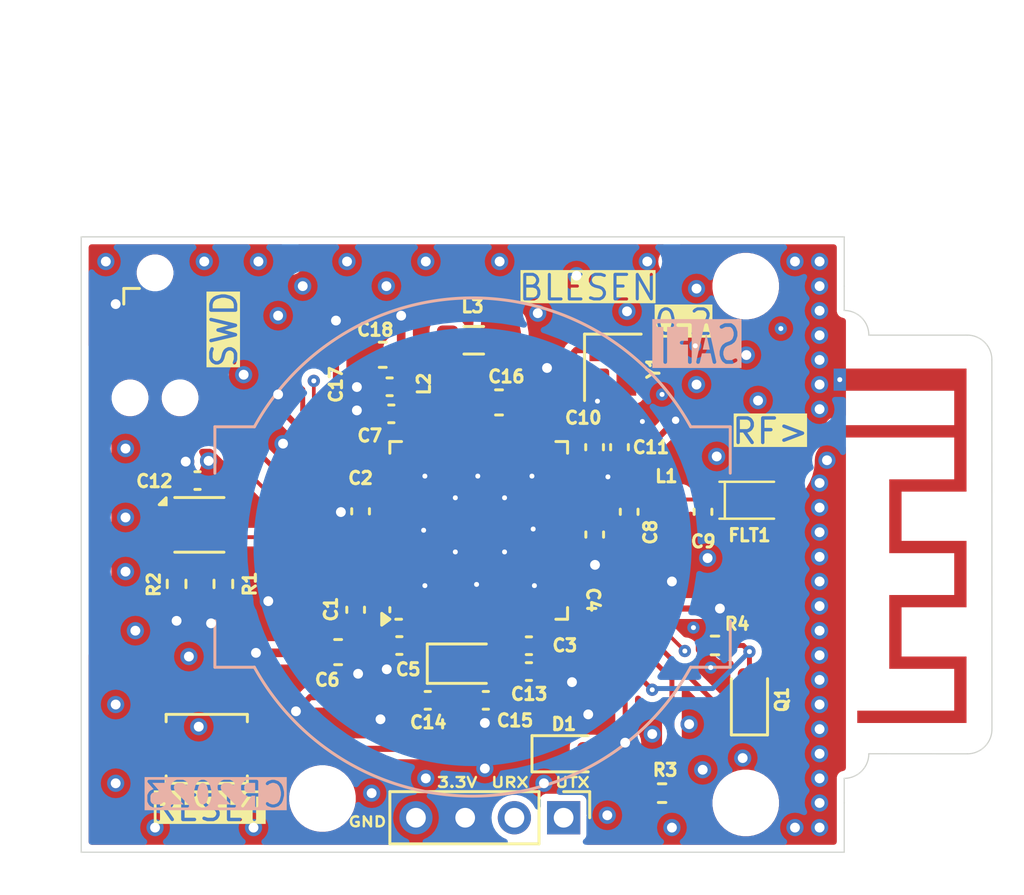
<source format=kicad_pcb>
(kicad_pcb (version 20240108) (generator "pcbnew") (generator_version "8.0")
  (layers (0 "F.Cu" signal) (1 "In1.Cu" signal) (2 "In2.Cu" signal) (31 "B.Cu" signal) (34 "B.Paste" user) (35 "F.Paste" user) (36 "B.SilkS" user "B.Silkscreen") (37 "F.SilkS" user "F.Silkscreen") (38 "B.Mask" user) (39 "F.Mask" user) (44 "Edge.Cuts" user))
  (net 0 "")
  (net 1 "+3.3V")
  (net 2 "GND")
  (net 4 "/RF_FLT_OUT")
  (net 10 "/NRST")
  (net 11 "SWDIO")
  (net 25 "/UART_TX")
  (net 26 "/UART_RX")
  (net 28 "/RF_ST_PIN")
  (net 30 "/RF_FLT_IN")
  (net 31 "/OSC_LSE_IN")
  (net 32 "/OSC_LSE_OUT")
  (net 34 "SDA")
  (net 35 "SCL")
  (net 37 "SWDCLK")
  (net 38 "/OSC_HSE_OUT")
  (net 39 "/OSC_HSE_IN")
  (net 40 "/VFBSMPS")
  (net 41 "Net-(D1-A)")
  (net 42 "/SMPSX")
  (net 43 "/SMPSXL")
  (net 44 "LED")
  (net 45 "PHOTO_OUT")
  (net 46 "PHOTO_V")
  (footprint "Inductor_SMD:L_0402_1005Metric" (layer "F.Cu") (at 142.89 83.13 90)
    (property "Reference" "L2")
    (property "Value" "10nH")
  )
  (footprint "Button_Switch_SMD:SW_SPST_B3U-1000P" (layer "F.Cu") (at 133.1 97.8 180)
    (property "Reference" "RST1" (hide yes))
    (property "Value" "B3U-1000P")
  )
  (footprint "Capacitor_SMD:C_0402_1005Metric" (layer "F.Cu") (at 146.19 93.61)
    (property "Reference" "C3")
    (property "Value" "100n")
  )
  (footprint "DLF162500LT-5028A1:DLF162500LT-5028A1" (layer "F.Cu") (at 155.15 87.7)
    (property "Reference" "FLT1")
    (property "Value" "DLF162500LT-5028A1")
  )
  (footprint "Connector_PinHeader_2.00mm:PinHeader_1x04_P2.00mm_Vertical" (layer "F.Cu") (at 147.6 100.6 -90)
    (property "Reference" "J3" (hide yes))
    (property "Value" "~")
  )
  (footprint "Capacitor_SMD:C_0402_1005Metric" (layer "F.Cu") (at 148.863 89.0944 -90)
    (property "Reference" "C4")
    (property "Value" "100n")
  )
  (footprint "Resistor_SMD:R_0402_1005Metric" (layer "F.Cu") (at 133.775 91.1 90)
    (property "Reference" "R1")
    (property "Value" "10k")
  )
  (footprint "Diode_SMD:D_0603_1608Metric" (layer "F.Cu") (at 155.15 95.75 90)
    (property "Reference" "Q1")
    (property "Value" "Q_Photo_NPN")
  )
  (footprint "Capacitor_SMD:C_0402_1005Metric" (layer "F.Cu") (at 139.35 88.15 -90)
    (property "Reference" "C2")
    (property "Value" "100n")
  )
  (footprint "MountingHole:MountingHole_2.2mm_M2_DIN965" (layer "F.Cu") (at 155 79)
    (property "Reference" "H4" (hide yes))
    (property "Value" "MountingHole")
  )
  (footprint "Capacitor_SMD:C_0603_1608Metric" (layer "F.Cu") (at 144.975 83.725)
    (property "Reference" "C16")
    (property "Value" "4u7")
  )
  (footprint "Crystal:Crystal_SMD_2012-2Pin_2.0x1.2mm" (layer "F.Cu") (at 143.26 94.34)
    (property "Reference" "Y2" (hide yes))
    (property "Value" "32.768KHz")
  )
  (footprint "Resistor_SMD:R_0402_1005Metric" (layer "F.Cu") (at 131.875 91.1 90)
    (property "Reference" "R2")
    (property "Value" "10k")
  )
  (footprint "Capacitor_SMD:C_0402_1005Metric" (layer "F.Cu") (at 146.19 94.66)
    (property "Reference" "C13")
    (property "Value" "100n")
  )
  (footprint "Capacitor_SMD:C_0603_1608Metric" (layer "F.Cu") (at 140.25 81.79 180)
    (property "Reference" "C18")
    (property "Value" "4u7")
  )
  (footprint "Capacitor_SMD:C_0402_1005Metric" (layer "F.Cu") (at 144.44 95.83)
    (property "Reference" "C15")
    (property "Value" "10p")
  )
  (footprint "Capacitor_SMD:C_0402_1005Metric" (layer "F.Cu") (at 150.263 88.1694 -90)
    (property "Reference" "C8")
    (property "Value" "0p8")
  )
  (footprint "Capacitor_SMD:C_0402_1005Metric" (layer "F.Cu") (at 132.725 86.9)
    (property "Reference" "C12")
    (property "Value" "100n")
  )
  (footprint "Capacitor_SMD:C_0402_1005Metric" (layer "F.Cu") (at 148.858018 85.5444 90)
    (property "Reference" "C10")
    (property "Value" "100p")
  )
  (footprint "Capacitor_SMD:C_0402_1005Metric" (layer "F.Cu") (at 149.869678 85.5444 90)
    (property "Reference" "C11")
    (property "Value" "100n")
  )
  (footprint "Sensor_Humidity:Sensirion_DFN-4-1EP_2x2mm_P1mm_EP0.7x1.6mm" (layer "F.Cu") (at 132.8 88.7)
    (property "Reference" "U2" (hide yes))
    (property "Value" "SHTC3")
  )
  (footprint "Capacitor_SMD:C_0402_1005Metric" (layer "F.Cu") (at 139.15 92.15 -90)
    (property "Reference" "C1")
    (property "Value" "100n")
  )
  (footprint "Resistor_SMD:R_0402_1005Metric" (layer "F.Cu") (at 151.6 99.6)
    (property "Reference" "R3")
    (property "Value" "1k")
  )
  (footprint "Capacitor_SMD:C_0402_1005Metric" (layer "F.Cu") (at 140.6 84.19 180)
    (property "Reference" "C7")
    (property "Value" "100n")
  )
  (footprint "MountingHole:MountingHole_2.2mm_M2_DIN965" (layer "F.Cu") (at 155 100)
    (property "Reference" "H2" (hide yes))
    (property "Value" "MountingHole")
  )
  (footprint "Inductor_SMD:L_0805_2012Metric" (layer "F.Cu") (at 143.95 81.2)
    (property "Reference" "L3")
    (property "Value" "10uH")
  )
  (footprint "Inductor_SMD:L_0402_1005Metric" (layer "F.Cu") (at 151.763 87.6694)
    (property "Reference" "L1")
    (property "Value" "2nH7")
  )
  (footprint "Resistor_SMD:R_0402_1005Metric" (layer "F.Cu") (at 153.75 93.6)
    (property "Reference" "R4")
    (property "Value" "470")
  )
  (footprint "LED_SMD:LED_0603_1608Metric" (layer "F.Cu") (at 147.8 98)
    (property "Reference" "D1")
    (property "Value" "LED")
  )
  (footprint "Fiducial:Fiducial_0.5mm_Mask1mm" (layer "F.Cu") (at 136.5 78)
    (property "Reference" "FID1" (hide yes))
    (property "Value" "Fiducial")
  )
  (footprint "Capacitor_SMD:C_0603_1608Metric" (layer "F.Cu") (at 138.438 93.8694)
    (property "Reference" "C6")
    (property "Value" "4u7")
  )
  (footprint "RF_Antenna:Texas_SWRA117D_2.4GHz_Right" (layer "F.Cu") (at 158.82 84.9 -90)
    (property "Reference" "AE1" (hide yes))
    (property "Value" "Antenna")
  )
  (footprint "Fiducial:Fiducial_0.5mm_Mask1mm" (layer "F.Cu") (at 136.5 92.5)
    (property "Reference" "FID2" (hide yes))
    (property "Value" "Fiducial")
  )
  (footprint "Capacitor_SMD:C_0402_1005Metric" (layer "F.Cu") (at 142.08 95.83 180)
    (property "Reference" "C14")
    (property "Value" "10p")
  )
  (footprint "Capacitor_SMD:C_0402_1005Metric" (layer "F.Cu") (at 153.263 88.1694 -90)
    (property "Reference" "C9")
    (property "Value" "0p3")
  )
  (footprint "Capacitor_SMD:C_0402_1005Metric" (layer "F.Cu") (at 140.53 83.09 180)
    (property "Reference" "C17")
    (property "Value" "100n")
  )
  (footprint "MountingHole:MountingHole_2.2mm_M2_DIN965" (layer "F.Cu") (at 137.8 99.82)
    (property "Reference" "H3" (hide yes))
    (property "Value" "MountingHole")
  )
  (footprint "Capacitor_SMD:C_0402_1005Metric" (layer "F.Cu") (at 140.925 93.6024 180)
    (property "Reference" "C5")
    (property "Value" "100n")
  )
  (footprint "Crystal:Crystal_SMD_2016-4Pin_2.0x1.6mm" (layer "F.Cu") (at 149.6 82.3 -90)
    (property "Reference" "Y1")
    (property "Value" "32 MHz")
  )
  (footprint "Connector:Tag-Connect_TC2030-IDC-NL_2x03_P1.27mm_Vertical" (layer "F.Cu") (at 131 81 -90)
    (property "Reference" "J1" (hide yes))
    (property "Value" "Conn_ARM_SWD_TagConnect_TC2030")
  )
  (footprint "Package_DFN_QFN:QFN-48-1EP_7x7mm_P0.5mm_EP5.6x5.6mm" (layer "F.Cu") (at 144.15 88.925 90)
    (property "Reference" "U1" (hide yes))
    (property "Value" "STM32WB55CGUx" (hide yes))
  )
  (footprint "Fiducial:Fiducial_0.5mm_Mask1mm" (layer "F.Cu") (at 152 78)
    (property "Reference" "FID3" (hide yes))
    (property "Value" "Fiducial")
  )
  (footprint "Battery:BatteryHolder_MPD_BC2003_1x2032" (layer "B.Cu") (at 143.9 89.6 180)
    (property "Reference" "BT1" (hide yes))
    (property "Value" "Battery_Cell")
  )
  (gr_arc (start 163.998598 80.990508) (mid 164.706409 81.28361) (end 164.999809 81.991298) (stroke (width 0.05)) (layer "Edge.Cuts"))
  (gr_arc (start 160 98) (mid 159.707107 98.707107) (end 159 99) (stroke (width 0.05)) (layer "Edge.Cuts"))
  (gr_line (start 159 79) (end 159 77) (stroke (width 0.05)) (layer "Edge.Cuts"))
  (gr_line (start 159 102) (end 159 100) (stroke (width 0.05)) (layer "Edge.Cuts"))
  (gr_arc (start 159 79.99) (mid 159.707548 80.283076) (end 160.000624 80.990624) (stroke (width 0.05)) (layer "Edge.Cuts"))
  (gr_line (start 165.002893 97.002893) (end 165 82) (stroke (width 0.05)) (layer "Edge.Cuts"))
  (gr_line (start 159 100) (end 159 99) (stroke (width 0.05)) (layer "Edge.Cuts"))
  (gr_line (start 128 102) (end 159 102) (stroke (width 0.05)) (layer "Edge.Cuts"))
  (gr_arc (start 165.002893 97.002893) (mid 164.71 97.71) (end 164.002893 98.002893) (stroke (width 0.05)) (layer "Edge.Cuts"))
  (gr_line (start 159 79.99) (end 159 79) (stroke (width 0.05)) (layer "Edge.Cuts"))
  (gr_line (start 160.000624 80.990624) (end 164.000011 80.990624) (stroke (width 0.05)) (layer "Edge.Cuts"))
  (gr_line (start 128 102) (end 128 77) (stroke (width 0.05)) (layer "Edge.Cuts"))
  (gr_line (start 128 77) (end 159 77) (stroke (width 0.05)) (layer "Edge.Cuts"))
  (gr_line (start 160 98) (end 164.002893 98.002893) (stroke (width 0.05)) (layer "Edge.Cuts"))
  (gr_text "CR2023" (at 136.45 100.25 0) (layer "B.SilkS" knockout) (effects (font (size 1 1) (thickness 0.125) (bold yes)) (justify left bottom mirror)))
  (gr_text "SAFT" (at 154.875 82.275 0) (layer "B.SilkS" knockout) (effects (font (size 1.5 1)) (justify left bottom mirror)))
  (gr_text "RESET" (at 130.8 100.8 0) (layer "F.SilkS" knockout) (effects (font (size 1 1) (thickness 0.14)) (justify left bottom)))
  (gr_text "BLESEN" (at 145.7 79.65 0) (layer "F.SilkS" knockout) (effects (font (size 1 1) (thickness 0.125) (bold yes)) (justify left bottom)))
  (gr_text "UTX" (at 147.2 99.4 0) (layer "F.SilkS") (effects (font (size 0.4 0.5) (thickness 0.1) (bold yes)) (justify left bottom)))
  (gr_text "RF>" (at 156 84.9 0) (layer "F.SilkS" knockout) (effects (font (size 1 1) (thickness 0.14))))
  (gr_text "URX" (at 144.6 99.4 0) (layer "F.SilkS") (effects (font (size 0.4 0.5) (thickness 0.1) (bold yes)) (justify left bottom)))
  (gr_text "SWD" (at 134.4 82.4 90) (layer "F.SilkS" knockout) (effects (font (size 1 1) (thickness 0.14)) (justify left bottom)))
  (gr_text "0.2\n" (at 151.2 81.05 0) (layer "F.SilkS" knockout) (effects (font (size 1 1) (thickness 0.125) (bold yes)) (justify left bottom)))
  (gr_text "3.3V" (at 142.4 99.4 0) (layer "F.SilkS") (effects (font (size 0.4 0.5) (thickness 0.1) (bold yes)) (justify left bottom)))
  (gr_text "GND" (at 138.8 101 0) (layer "F.SilkS") (effects (font (size 0.4 0.5) (thickness 0.1) (bold yes)) (justify left bottom)))
  (segment (start 139.15 91.67) (end 138.33 91.67) (width 0.35) (layer "F.Cu") (net 1))
  (segment (start 138.33 91.67) (end 137.663 92.337) (width 0.35) (layer "F.Cu") (net 1))
  (segment (start 141.4 93.5812) (end 141.4212 93.6024) (width 0.25) (layer "F.Cu") (net 1))
  (segment (start 141.8 84.4) (end 141.8 83.65) (width 0.25) (layer "F.Cu") (net 1))
  (segment (start 141 81.765) (end 141.025 81.79) (width 0.35) (layer "F.Cu") (net 1))
  (segment (start 133.275 92.7) (end 133.775 92.2) (width 0.25) (layer "F.Cu") (net 1))
  (segment (start 132.245 86.13) (end 132.245 86.9) (width 0.25) (layer "F.Cu") (net 1))
  (segment (start 149.6 90.1) (end 149.6 88.95) (width 0.25) (layer "F.Cu") (net 1))
  (segment (start 145.71 93.61) (end 145.74 93.61) (width 0.15) (layer "F.Cu") (net 1))
  (segment (start 141.01 83.09) (end 141.01 81.805) (width 0.25) (layer "F.Cu") (net 1))
  (segment (start 139.35 87.25) (end 139.35 87.67) (width 0.25) (layer "F.Cu") (net 1))
  (segment (start 140.7075 87.67) (end 140.7125 87.675) (width 0.25) (layer "F.Cu") (net 1))
  (segment (start 148 88.175) (end 148.4394 88.6144) (width 0.25) (layer "F.Cu") (net 1))
  (segment (start 148.4394 88.6144) (end 148.863 88.6144) (width 0.25) (layer "F.Cu") (net 1))
  (segment (start 150.1 95.25) (end 147.9 93.05) (width 0.2) (layer "F.Cu") (net 1))
  (segment (start 145.875 93.05) (end 145.74 93.185) (width 0.2) (layer "F.Cu") (net 1))
  (segment (start 145.71 93.61) (end 145.71 93.59) (width 0.15) (layer "F.Cu") (net 1))
  (segment (start 145.26 93.61) (end 145.71 93.61) (width 0.25) (layer "F.Cu") (net 1))
  (segment (start 136 83.9) (end 139.35 87.25) (width 0.25) (layer "F.Cu") (net 1))
  (segment (start 144.9 92.3625) (end 144.9 93.25) (width 0.25) (layer "F.Cu") (net 1))
  (segment (start 140.375 85) (end 139.15 85) (width 0.25) (layer "F.Cu") (net 1))
  (segment (start 141.4 92.3625) (end 141.4 93.5812) (width 0.25) (layer "F.Cu") (net 1))
  (segment (start 139.15 85) (end 138.35 84.2) (width 0.25) (layer "F.Cu") (net 1))
  (segment (start 147.5875 86.675) (end 148.575 86.675) (width 0.25) (layer "F.Cu") (net 1))
  (segment (start 137.3 95.7) (end 140.3 95.7) (width 0.25) (layer "F.Cu") (net 1))
  (segment (start 152.15 84.45) (end 150.5756 86.0244) (width 0.25) (layer "F.Cu") (net 1))
  (segment (start 153.95 92.1) (end 151.6 92.1) (width 0.25) (layer "F.Cu") (net 1))
  (segment (start 136 83.4) (end 136 83.9) (width 0.25) (layer "F.Cu") (net 1))
  (segment (start 139.35 87.67) (end 140.7075 87.67) (width 0.25) (layer "F.Cu") (net 1))
  (segment (start 148.858018 86.0244) (end 149.888 86.0244) (width 0.25) (layer "F.Cu") (net 1))
  (segment (start 141 80.2) (end 141 81.765) (width 0.35) (layer "F.Cu") (net 1))
  (segment (start 151.6 92.1) (end 149.6 90.1) (width 0.25) (layer "F.Cu") (net 1))
  (segment (start 135.1 93.9) (end 137.6324 93.9) (width 0.35) (layer "F.Cu") (net 1))
  (segment (start 137.738 93.7944) (end 137.663 93.8694) (width 0.25) (layer "F.Cu") (net 1))
  (segment (start 149.2644 88.6144) (end 148.863 88.6144) (width 0.25) (layer "F.Cu") (net 1))
  (segment (start 137.6324 93.9) (end 137.663 93.8694) (width 0.35) (layer "F.Cu") (net 1))
  (segment (start 139.155 91.675) (end 139.15 91.67) (width 0.25) (layer "F.Cu") (net 1))
  (segment (start 137.663 92.337) (end 137.663 93.8694) (width 0.35) (layer "F.Cu") (net 1))
  (segment (start 141.9 85.4875) (end 141.9 85.103498) (width 0.25) (layer "F.Cu") (net 1))
  (segment (start 131.875 87.27) (end 132.245 86.9) (width 0.25) (layer "F.Cu") (net 1))
  (segment (start 150.1 97.55) (end 150.1 95.25) (width 0.2) (layer "F.Cu") (net 1))
  (segment (start 141.08 84.295) (end 140.375 85) (width 0.25) (layer "F.Cu") (net 1))
  (segment (start 140.7125 91.675) (end 139.155 91.675) (width 0.25) (layer "F.Cu") (net 1))
  (segment (start 147.9 93.05) (end 145.875 93.05) (width 0.2) (layer "F.Cu") (net 1))
  (segment (start 145.71 93.61) (end 145.71 93.555) (width 0.15) (layer "F.Cu") (net 1))
  (segment (start 133.775 92.2) (end 133.775 91.61) (width 0.25) (layer "F.Cu") (net 1))
  (segment (start 141.24 83.09) (end 141.01 83.09) (width 0.25) (layer "F.Cu") (net 1))
  (segment (start 141.9 85.103498) (end 141.08 84.283498) (width 0.25) (layer "F.Cu") (net 1))
  (segment (start 149.6 88.95) (end 149.2644 88.6144) (width 0.25) (layer "F.Cu") (net 1))
  (segment (start 131.875 92.6) (end 131.875 91.61) (width 0.25) (layer "F.Cu") (net 1))
  (segment (start 148.575 86.675) (end 148.858018 86.391982) (width 0.25) (layer "F.Cu") (net 1))
  (segment (start 147.5875 88.175) (end 148 88.175) (width 0.25) (layer "F.Cu") (net 1))
  (segment (start 129.4 79.73) (end 130.365 79.73) (width 0.25) (layer "F.Cu") (net 1))
  (segment (start 141.8 83.65) (end 141.24 83.09) (width 0.25) (layer "F.Cu") (net 1))
  (segment (start 141.08 84.283498) (end 141.08 84.19) (width 0.25) (layer "F.Cu") (net 1))
  (segment (start 148.858018 86.391982) (end 148.858018 86.0244) (width 0.25) (layer "F.Cu") (net 1))
  (segment (start 142.4 85) (end 141.8 84.4) (width 0.25) (layer "F.Cu") (net 1))
  (segment (start 132.25 86.905) (end 132.245 86.9) (width 0.25) (layer "F.Cu") (net 1))
  (segment (start 141.08 84.19) (end 141.08 84.295) (width 0.25) (layer "F.Cu") (net 1))
  (segment (start 142.4 85.4875) (end 142.4 85) (width 0.25) (layer "F.Cu") (net 1))
  (segment (start 131.875 88.2) (end 131.875 87.27) (width 0.25) (layer "F.Cu") (net 1))
  (segment (start 141.4212 94.5788) (end 141.4212 93.6024) (width 0.25) (layer "F.Cu") (net 1))
  (segment (start 150.5756 86.0244) (end 149.869678 86.0244) (width 0.25) (layer "F.Cu") (net 1))
  (segment (start 136.725 96.275) (end 137.3 95.7) (width 0.25) (layer "F.Cu") (net 1))
  (segment (start 138.35 84.2) (end 138.35 80.5) (width 0.25) (layer "F.Cu") (net 1))
  (segment (start 144.9 93.25) (end 145.26 93.61) (width 0.25) (layer "F.Cu") (net 1))
  (segment (start 145.74 93.185) (end 145.74 93.61) (width 0.2) (layer "F.Cu") (net 1))
  (segment (start 140.3 95.7) (end 141.4212 94.5788) (width 0.25) (layer "F.Cu") (net 1))
  (via (at 141 80.2) (size 0.7) (drill 0.4) (layers "F.Cu" "B.Cu") (net 1))
  (via (at 133.275 92.7) (size 0.7) (drill 0.4) (layers "F.Cu" "B.Cu") (net 1))
  (via (at 136 83.4) (size 0.7) (drill 0.4) (layers "F.Cu" "B.Cu") (net 1))
  (via (at 135.1 93.9) (size 0.7) (drill 0.4) (layers "F.Cu" "B.Cu") (net 1))
  (via (at 152.15 84.45) (size 0.7) (drill 0.3) (layers "F.Cu" "B.Cu") (net 1))
  (via (at 153.95 92.1) (size 0.7) (drill 0.4) (layers "F.Cu" "B.Cu") (net 1))
  (via (at 138.35 80.4) (size 0.7) (drill 0.4) (layers "F.Cu" "B.Cu") (net 1))
  (via (at 136.725 96.275) (size 0.7) (drill 0.4) (layers "F.Cu" "B.Cu") (net 1))
  (via (at 132.245 86.13) (size 0.7) (drill 0.4) (layers "F.Cu" "B.Cu") (net 1))
  (via (at 131.875 92.6) (size 0.7) (drill 0.4) (layers "F.Cu" "B.Cu") (net 1))
  (via (at 129.4 79.73) (size 0.8) (drill 0.4) (layers "F.Cu" "B.Cu") (net 1))
  (via (at 150.1 97.55) (size 0.7) (drill 0.4) (layers "F.Cu" "B.Cu") (net 1))
  (arc (start 137.663 93.8694) (mid 137.759874 93.829274) (end 137.8 93.7324) (width 0.25) (layer "F.Cu") (net 1))
  (arc (start 141.01 81.805) (mid 141.014393 81.794393) (end 141.025 81.79) (width 0.25) (layer "F.Cu") (net 1))
  (segment (start 139.214 93.8434) (end 139.227 93.8564) (width 0.25) (layer "F.Cu") (net 2))
  (segment (start 133.205 86.13) (end 133.175 86.1) (width 0.25) (layer "F.Cu") (net 2))
  (segment (start 139 88.63) (end 139.35 88.63) (width 0.25) (layer "F.Cu") (net 2))
  (segment (start 148.975 83.075) (end 149.05 83) (width 0.5) (layer "F.Cu") (net 2))
  (segment (start 147.5875 87.175) (end 145.9 87.175) (width 0.25) (layer "F.Cu") (net 2))
  (segment (start 138.55 88.18) (end 139 88.63) (width 0.25) (layer "F.Cu") (net 2))
  (segment (start 143.4 85.4875) (end 143.4 88.175) (width 0.25) (layer "F.Cu") (net 2))
  (segment (start 133.205 86.9) (end 133.205 86.13) (width 0.25) (layer "F.Cu") (net 2))
  (segment (start 149.05 83) (end 149.05 82.8) (width 0.25) (layer "F.Cu") (net 2))
  (segment (start 133.725 88.2) (end 133.725 87.42) (width 0.25) (layer "F.Cu") (net 2))
  (segment (start 148.975 83.675) (end 148.975 83.075) (width 0.5) (layer "F.Cu") (net 2))
  (segment (start 133.725 87.42) (end 133.205 86.9) (width 0.25) (layer "F.Cu") (net 2))
  (segment (start 150.15 81.854) (end 150.15 81.6) (width 0.25) (layer "F.Cu") (net 2))
  (segment (start 133.225 86.88) (end 133.205 86.9) (width 0.25) (layer "F.Cu") (net 2))
  (segment (start 143.4 88.175) (end 144.15 88.925) (width 0.25) (layer "F.Cu") (net 2))
  (via (at 148.875 90.325) (size 0.7) (drill 0.4) (layers "F.Cu" "B.Cu") (net 2))
  (via (at 145.2 89.8) (size 0.5) (drill 0.2) (layers "F.Cu" "B.Cu") (net 2))
  (via (at 140.16 96.6) (size 0.7) (drill 0.4) (layers "F.Cu" "B.Cu") (net 2))
  (via (at 158 79) (size 0.7) (drill 0.4) (layers "F.Cu" "B.Cu") (net 2))
  (via (at 141.963 86.7194) (size 0.5) (drill 0.2) (layers "F.Cu" "B.Cu") (net 2))
  (via (at 145.2 87.6) (size 0.5) (drill 0.2) (layers "F.Cu" "B.Cu") (net 2))
  (via (at 129.4 96) (size 0.7) (drill 0.4) (layers "F.Cu" "B.Cu") (net 2))
  (via (at 135.6 91.8) (size 0.7) (drill 0.4) (layers "F.Cu" "B.Cu") (net 2))
  (via (at 152 101) (size 0.7) (drill 0.4) (layers "F.Cu" "B.Cu") (net 2))
  (via (at 130.2 93) (size 0.7) (drill 0.4) (layers "F.Cu" "B.Cu") (net 2))
  (via (at 146.413 91.1694) (size 0.5) (drill 0.2) (layers "F.Cu" "B.Cu") (net 2))
  (via (at 158 93) (size 0.7) (drill 0.4) (layers "F.Cu" "B.Cu") (net 2))
  (via (at 146.8 99.2) (size 0.7) (drill 0.4) (layers "F.Cu" "B.Cu") (net 2))
  (via (at 149.375 100.5) (size 0.7) (drill 0.4) (layers "F.Cu" "B.Cu") (net 2))
  (via (at 148.975 83.675) (size 0.5) (drill 0.2) (layers "F.Cu" "B.Cu") (net 2))
  (via (at 158 81) (size 0.7) (drill 0.4) (layers "F.Cu" "B.Cu") (net 2))
  (via (at 158.3 86.075) (size 0.7) (drill 0.4) (layers "F.Cu" "B.Cu") (net 2))
  (via (at 158 78) (size 0.7) (drill 0.4) (layers "F.Cu" "B.Cu") (net 2))
  (via (at 158 83) (size 0.7) (drill 0.4) (layers "F.Cu" "B.Cu") (net 2))
  (via (at 131 101) (size 0.7) (drill 0.4) (layers "F.Cu" "B.Cu") (net 2))
  (via (at 134.6 82.6) (size 0.7) (drill 0.4) (layers "F.Cu" "B.Cu") (net 2))
  (via (at 143.2 89.8) (size 0.5) (drill 0.2) (layers "F.Cu" "B.Cu") (net 2))
  (via (at 155.5 83.65) (size 0.7) (drill 0.4) (layers "F.Cu" "B.Cu") (net 2))
  (via (at 152.7 96.8) (size 0.7) (drill 0.4) (layers "F.Cu" "B.Cu") (net 2))
  (via (at 129.8 85.6) (size 0.7) (drill 0.4) (layers "F.Cu" "B.Cu") (net 2))
  (via (at 132.775 96.9) (size 0.7) (drill 0.4) (layers "F.Cu" "B.Cu") (net 2))
  (via (at 129.8 88.4) (size 0.7) (drill 0.4) (layers "F.Cu" "B.Cu") (net 2))
  (via (at 158 89) (size 0.7) (drill 0.4) (layers "F.Cu" "B.Cu") (net 2))
  (via (at 142 99) (size 0.7) (drill 0.4) (layers "F.Cu" "B.Cu") (net 2))
  (via (at 158 101) (size 0.7) (drill 0.4) (layers "F.Cu" "B.Cu") (net 2))
  (via (at 144.4 96.75) (size 0.7) (drill 0.4) (layers "F.Cu" "B.Cu") (net 2))
  (via (at 139.2 84.05) (size 0.7) (drill 0.4) (layers "F.Cu" "B.Cu") (net 2))
  (via (at 139.2 83.1) (size 0.7) (drill 0.4) (layers "F.Cu" "B.Cu") (net 2))
  (via (at 139.25 94.75) (size 0.7) (drill 0.4) (layers "F.Cu" "B.Cu") (net 2))
  (via (at 139.8 99.6) (size 0.7) (drill 0.4) (layers "F.Cu" "B.Cu") (net 2))
  (via (at 153.25 98.65) (size 0.7) (drill 0.4) (layers "F.Cu" "B.Cu") (net 2))
  (via (at 152.95 81.425) (size 0.5) (drill 0.2) (layers "F.Cu" "B.Cu") (net 2))
  (via (at 138.55 88.18) (size 0.7) (drill 0.4) (layers "F.Cu" "B.Cu") (net 2))
  (via (at 148.6 96.4) (size 0.7) (drill 0.4) (layers "F.Cu" "B.Cu") (net 2))
  (via (at 158 99) (size 0.7) (drill 0.4) (layers "F.Cu" "B.Cu") (net 2))
  (via (at 135 101) (size 0.7) (drill 0.4) (layers "F.Cu" "B.Cu") (net 2))
  (via (at 140.4 79) (size 0.7) (drill 0.4) (layers "F.Cu" "B.Cu") (net 2))
  (via (at 146.363 88.8694) (size 0.5) (drill 0.2) (layers "F.Cu" "B.Cu") (net 2))
  (via (at 135.2 78) (size 0.7) (drill 0.4) (layers "F.Cu" "B.Cu") (net 2))
  (via (at 158 91) (size 0.7) (drill 0.4) (layers "F.Cu" "B.Cu") (net 2))
  (via (at 153.82 85.92) (size 0.7) (drill 0.4) (layers "F.Cu" "B.Cu") (net 2))
  (via (at 149.4 86.75) (size 0.5) (drill 0.2) (layers "F.Cu" "B.Cu") (net 2))
  (via (at 158 94) (size 0.7) (drill 0.4) (layers "F.Cu" "B.Cu") (net 2))
  (via (at 136.2 85.4) (size 0.7) (drill 0.4) (layers "F.Cu" "B.Cu") (net 2))
  (via (at 133 78) (size 0.7) (drill 0.4) (layers "F.Cu" "B.Cu") (net 2))
  (via (at 158 87) (size 0.7) (drill 0.4) (layers "F.Cu" "B.Cu") (net 2))
  (via (at 138.8 78) (size 0.7) (drill 0.4) (layers "F.Cu" "B.Cu") (net 2))
  (via (at 153 79.1) (size 0.7) (drill 0.4) (layers "F.Cu" "B.Cu") (net 2))
  (via (at 132.375 94.05) (size 0.7) (drill 0.4) (layers "F.Cu" "B.Cu") (net 2))
  (via (at 150.175 80.025) (size 0.7) (drill 0.4) (layers "F.Cu" "B.Cu") (net 2))
  (via (at 157 101) (size 0.7) (drill 0.4) (layers "F.Cu" "B.Cu") (net 2))
  (via (at 146.313 86.7194) (size 0.5) (drill 0.2) (layers "F.Cu" "B.Cu") (net 2))
  (via (at 158 98) (size 0.7) (drill 0.4) (layers "F.Cu" "B.Cu") (net 2))
  (via (at 142 78) (size 0.7) (drill 0.4) (layers "F.Cu" "B.Cu") (net 2))
  (via (at 154.875 98.175) (size 0.7) (drill 0.4) (layers "F.Cu" "B.Cu") (net 2))
  (via (at 158 100) (size 0.7) (drill 0.4) (layers "F.Cu" "B.Cu") (net 2))
  (via (at 151.2 97.2) (size 0.7) (drill 0.4) (layers "F.Cu" "B.Cu") (net 2))
  (via (at 158 84) (size 0.7) (drill 0.4) (layers "F.Cu" "B.Cu") (net 2))
  (via (at 136 80.2) (size 0.7) (drill 0.4) (layers "F.Cu" "B.Cu") (net 2))
  (via (at 144.063 91.1194) (size 0.5) (drill 0.2) (layers "F.Cu" "B.Cu") (net 2))
  (via (at 158 82) (size 0.7) (drill 0.4) (layers "F.Cu" "B.Cu") (net 2))
  (via (at 152.875 92.875) (size 0.5) (drill 0.2) (layers "F.Cu" "B.Cu") (net 2))
  (via (at 148.125 78.575) (size 0.7) (drill 0.4) (layers "F.Cu" "B.Cu") (net 2))
  (via (at 153 83) (size 0.7) (drill 0.4) (layers "F.Cu" "B.Cu") (net 2))
  (via (at 144.4 98.6) (size 0.7) (drill 0.4) (layers "F.Cu" "B.Cu") (net 2))
  (via (at 146.55 80.1) (size 0.7) (drill 0.4) (layers "F.Cu" "B.Cu") (net 2))
  (via (at 153.575 94.5) (size 0.5) (drill 0.2) (layers "F.Cu" "B.Cu") (net 2))
  (via (at 147.94 95.09) (size 0.7) (drill 0.4) (layers "F.Cu" "B.Cu") (net 2))
  (via (at 158 92) (size 0.7) (drill 0.4) (layers "F.Cu" "B.Cu") (net 2))
  (via (at 158 95) (size 0.7) (drill 0.4) (layers "F.Cu" "B.Cu") (net 2))
  (via (at 129.8 90.6) (size 0.7) (drill 0.4) (layers "F.Cu" "B.Cu") (net 2))
  (via (at 141.913 88.9194) (size 0.5) (drill 0.2) (layers "F.Cu" "B.Cu") (net 2))
  (via (at 133.175 86.1) (size 0.7) (drill 0.4) (layers "F.Cu" "B.Cu") (net 2))
  (via (at 157 78) (size 0.7) (drill 0.4) (layers "F.Cu" "B.Cu") (net 2))
  (via (at 153.45 90.05) (size 0.7) (drill 0.4) (layers "F.Cu" "B.Cu") (net 2))
  (via (at 158 90) (size 0.7) (drill 0.4) (layers "F.Cu" "B.Cu") (net 2))
  (via (at 158 88) (size 0.7) (drill 0.4) (layers "F.Cu" "B.Cu") (net 2))
  (via (at 129.4 99.2) (size 0.7) (drill 0.4) (layers "F.Cu" "B.Cu") (net 2))
  (via (at 141.963 91.1694) (size 0.5) (drill 0.2) (layers "F.Cu" "B.Cu") (net 2))
  (via (at 158 80) (size 0.7) (drill 0.4) (layers "F.Cu" "B.Cu") (net 2))
  (via (at 145 78) (size 0.7) (drill 0.4) (layers "F.Cu" "B.Cu") (net 2))
  (via (at 144.113 86.7194) (size 0.5) (drill 0.2) (layers "F.Cu" "B.Cu") (net 2))
  (via (at 158 97) (size 0.7) (drill 0.4) (layers "F.Cu" "B.Cu") (net 2))
  (via (at 155.025 81.8) (size 0.7) (drill 0.4) (layers "F.Cu" "B.Cu") (net 2))
  (via (at 143.2 87.6) (size 0.5) (drill 0.2) (layers "F.Cu" "B.Cu") (net 2))
  (via (at 129 78) (size 0.7) (drill 0.4) (layers "F.Cu" "B.Cu") (net 2))
  (via (at 146.925 82.325) (size 0.7) (drill 0.4) (layers "F.Cu" "B.Cu") (net 2))
  (via (at 137 79) (size 0.7) (drill 0.4) (layers "F.Cu" "B.Cu") (net 2))
  (via (at 158 96) (size 0.7) (drill 0.4) (layers "F.Cu" "B.Cu") (net 2))
  (via (at 152 91) (size 0.7) (drill 0.4) (layers "F.Cu" "B.Cu") (net 2))
  (via (at 151 78) (size 0.7) (drill 0.4) (layers "F.Cu" "B.Cu") (net 2))
  (via (at 140.413 94.5694) (size 0.7) (drill 0.4) (layers "F.Cu" "B.Cu") (net 2))
  (via (at 150.8 84.5) (size 0.5) (drill 0.2) (layers "F.Cu" "B.Cu") (net 2))
  (via (at 151.6 83.4) (size 0.5) (drill 0.2) (layers "F.Cu" "B.Cu") (net 2))
  (via (at 156.425 80.725) (size 0.5) (drill 0.2) (layers "F.Cu" "B.Cu") (net 2))
  (arc (start 145.9 87.175) (mid 144.662563 87.687563) (end 144.15 88.925) (width 0.25) (layer "F.Cu") (net 2))
  (segment (start 137.675 93.9) (end 137.7 93.875) (width 0.3) (layer "B.Cu") (net 2))
  (segment (start 155.7825 87.68) (end 155.7625 87.7) (width 0.1565) (layer "F.Cu") (net 4))
  (segment (start 155.82 87.68) (end 155.7825 87.68) (width 0.1565) (layer "F.Cu") (net 4))
  (segment (start 158.82 84.9) (end 158.6 84.9) (width 0.1565) (layer "F.Cu") (net 4))
  (arc (start 157.425 86.075) (mid 156.954906 87.209906) (end 155.82 87.68) (width 0.1565) (layer "F.Cu") (net 4))
  (arc (start 158.6 84.9) (mid 157.76915 85.24415) (end 157.425 86.075) (width 0.1565) (layer "F.Cu") (net 4))
  (segment (start 145.05 97.8) (end 134.8 97.8) (width 0.25) (layer "F.Cu") (net 10))
  (segment (start 145.71 97.14) (end 145.05 97.8) (width 0.25) (layer "F.Cu") (net 10))
  (segment (start 145.71 94.66) (end 145.75 94.7) (width 0.2) (layer "F.Cu") (net 10))
  (segment (start 129.9 94.2) (end 129.4 94.2) (width 0.25) (layer "F.Cu") (net 10))
  (segment (start 129.6 81) (end 130.365 81) (width 0.25) (layer "F.Cu") (net 10))
  (segment (start 128.8 81.8) (end 129.6 81) (width 0.25) (layer "F.Cu") (net 10))
  (segment (start 131.2 95.5) (end 129.9 94.2) (width 0.25) (layer "F.Cu") (net 10))
  (segment (start 144.4 92.3625) (end 144.4 93.35) (width 0.2) (layer "F.Cu") (net 10))
  (segment (start 134.8 97.8) (end 134.8 96.3) (width 0.25) (layer "F.Cu") (net 10))
  (segment (start 145.71 94.66) (end 145.71 97.14) (width 0.25) (layer "F.Cu") (net 10))
  (segment (start 129.4 94.2) (end 128.8 93.6) (width 0.25) (layer "F.Cu") (net 10))
  (segment (start 144.4 93.35) (end 145.71 94.66) (width 0.2) (layer "F.Cu") (net 10))
  (segment (start 134 95.5) (end 131.2 95.5) (width 0.25) (layer "F.Cu") (net 10))
  (segment (start 134.8 96.3) (end 134 95.5) (width 0.25) (layer "F.Cu") (net 10))
  (segment (start 128.8 93.6) (end 128.8 81.8) (width 0.25) (layer "F.Cu") (net 10))
  (segment (start 137 84.05) (end 137 83.2) (width 0.2) (layer "F.Cu") (net 11))
  (segment (start 140.7125 87.175) (end 140.125 87.175) (width 0.2) (layer "F.Cu") (net 11))
  (segment (start 133.6 79.8) (end 131.705 79.8) (width 0.2) (layer "F.Cu") (net 11))
  (segment (start 140.125 87.175) (end 137 84.05) (width 0.2) (layer "F.Cu") (net 11))
  (segment (start 137 83.2) (end 133.6 79.8) (width 0.2) (layer "F.Cu") (net 11))
  (segment (start 131.705 79.8) (end 131.635 79.73) (width 0.2) (layer "F.Cu") (net 11))
  (segment (start 148.024999 89.175) (end 147.5875 89.175) (width 0.15) (layer "F.Cu") (net 25))
  (segment (start 149.675 90.975) (end 148.625 90.975) (width 0.15) (layer "F.Cu") (net 25))
  (segment (start 148.227 89.377001) (end 148.024999 89.175) (width 0.15) (layer "F.Cu") (net 25))
  (segment (start 148.227 90.577) (end 148.227 89.377001) (width 0.15) (layer "F.Cu") (net 25))
  (segment (start 148.625 90.975) (end 148.227 90.577) (width 0.15) (layer "F.Cu") (net 25))
  (segment (start 152.525 93.825) (end 149.675 90.975) (width 0.15) (layer "F.Cu") (net 25))
  (via (at 152.525 93.825) (size 0.5) (drill 0.2) (layers "F.Cu" "B.Cu") (net 25))
  (segment (start 137.45 82.85) (end 137.45 83.875) (width 0.15) (layer "F.Cu") (net 26))
  (segment (start 137.45 83.875) (end 139.0625 85.4875) (width 0.15) (layer "F.Cu") (net 26))
  (segment (start 139.0625 85.4875) (end 141.4 85.4875) (width 0.15) (layer "F.Cu") (net 26))
  (via (at 137.45 82.85) (size 0.5) (drill 0.2) (layers "F.Cu" "B.Cu") (net 26))
  (segment (start 147.5875 87.675) (end 150.2486 87.675) (width 0.1565) (layer "F.Cu") (net 28))
  (segment (start 151.258 87.6894) (end 151.278 87.6694) (width 0.1565) (layer "F.Cu") (net 28))
  (segment (start 150.263 87.6894) (end 151.258 87.6894) (width 0.1565) (layer "F.Cu") (net 28))
  (segment (start 150.2486 87.675) (end 150.263 87.6894) (width 0.1565) (layer "F.Cu") (net 28))
  (segment (start 153.263 87.6894) (end 154.3969 87.6894) (width 0.1565) (layer "F.Cu") (net 30))
  (segment (start 153.243 87.6694) (end 153.263 87.6894) (width 0.1565) (layer "F.Cu") (net 30))
  (segment (start 152.248 87.6694) (end 153.243 87.6694) (width 0.1565) (layer "F.Cu") (net 30))
  (segment (start 141.9 93.02) (end 141.9 92.3625) (width 0.25) (layer "F.Cu") (net 31))
  (segment (start 142.56 95.83) (end 142.56 94.34) (width 0.25) (layer "F.Cu") (net 31))
  (segment (start 142.56 93.68) (end 141.9 93.02) (width 0.25) (layer "F.Cu") (net 31))
  (segment (start 142.56 94.34) (end 142.56 93.68) (width 0.25) (layer "F.Cu") (net 31))
  (segment (start 142.85 93.2) (end 143.475 93.2) (width 0.25) (layer "F.Cu") (net 32))
  (segment (start 143.96 93.685) (end 143.96 94.34) (width 0.25) (layer "F.Cu") (net 32))
  (segment (start 142.4 92.75) (end 142.85 93.2) (width 0.25) (layer "F.Cu") (net 32))
  (segment (start 142.4 92.3625) (end 142.4 92.75) (width 0.25) (layer "F.Cu") (net 32))
  (segment (start 143.475 93.2) (end 143.96 93.685) (width 0.25) (layer "F.Cu") (net 32))
  (segment (start 143.96 95.83) (end 143.96 94.34) (width 0.25) (layer "F.Cu") (net 32))
  (segment (start 135.6 89.2) (end 137.2 90.8) (width 0.157) (layer "F.Cu") (net 34))
  (segment (start 139.975 91.175) (end 140.7125 91.175) (width 0.157) (layer "F.Cu") (net 34))
  (segment (start 133.775 89.2) (end 135.6 89.2) (width 0.157) (layer "F.Cu") (net 34))
  (segment (start 137.2 90.8) (end 139.6 90.8) (width 0.157) (layer "F.Cu") (net 34))
  (segment (start 139.6 90.8) (end 139.975 91.175) (width 0.157) (layer "F.Cu") (net 34))
  (segment (start 133.775 90.59) (end 133.775 89.2) (width 0.157) (layer "F.Cu") (net 34))
  (segment (start 139.475 90.175) (end 138.375 90.175) (width 0.157) (layer "F.Cu") (net 35))
  (segment (start 131.175 88.5) (end 131.875 89.2) (width 0.157) (layer "F.Cu") (net 35))
  (segment (start 131.435 85.23) (end 131.175 85.49) (width 0.157) (layer "F.Cu") (net 35))
  (segment (start 134.775 86.56) (end 133.445 85.23) (width 0.157) (layer "F.Cu") (net 35))
  (segment (start 140.225 90.675) (end 139.975 90.675) (width 0.157) (layer "F.Cu") (net 35))
  (segment (start 140.7125 90.675) (end 140.225 90.675) (width 0.25) (layer "F.Cu") (net 35))
  (segment (start 131.875 90.59) (end 131.875 89.2) (width 0.157) (layer "F.Cu") (net 35))
  (segment (start 133.445 85.23) (end 131.435 85.23) (width 0.157) (layer "F.Cu") (net 35))
  (segment (start 131.175 85.49) (end 131.175 88.5) (width 0.157) (layer "F.Cu") (net 35))
  (segment (start 139.975 90.675) (end 139.475 90.175) (width 0.157) (layer "F.Cu") (net 35))
  (segment (start 134.775 86.575) (end 134.775 86.56) (width 0.157) (layer "F.Cu") (net 35))
  (segment (start 138.375 90.175) (end 134.775 86.575) (width 0.157) (layer "F.Cu") (net 35))
  (segment (start 138.74 89.3) (end 133.6 84.16) (width 0.2) (layer "F.Cu") (net 37))
  (segment (start 132.2 81) (end 131.635 81) (width 0.2) (layer "F.Cu") (net 37))
  (segment (start 133.6 82.4) (end 132.2 81) (width 0.2) (layer "F.Cu") (net 37))
  (segment (start 140 88.4) (end 140 89) (width 0.2) (layer "F.Cu") (net 37))
  (segment (start 133.6 84.16) (end 133.6 82.4) (width 0.2) (layer "F.Cu") (net 37))
  (segment (start 140.7125 88.175) (end 140.225 88.175) (width 0.2) (layer "F.Cu") (net 37))
  (segment (start 140 89) (end 139.7 89.3) (width 0.2) (layer "F.Cu") (net 37))
  (segment (start 139.7 89.3) (end 138.74 89.3) (width 0.2) (layer "F.Cu") (net 37))
  (segment (start 140.225 88.175) (end 140 88.4) (width 0.2) (layer "F.Cu") (net 37))
  (segment (start 147.6 84.925) (end 148.3 84.225) (width 0.25) (layer "F.Cu") (net 38))
  (segment (start 147.6 86.1625) (end 147.6 84.925) (width 0.25) (layer "F.Cu") (net 38))
  (segment (start 150.15 83.825) (end 150.15 83) (width 0.25) (layer "F.Cu") (net 38))
  (segment (start 148.3 84.225) (end 149.75 84.225) (width 0.25) (layer "F.Cu") (net 38))
  (segment (start 147.5875 86.175) (end 147.6 86.1625) (width 0.25) (layer "F.Cu") (net 38))
  (segment (start 149.75 84.225) (end 150.15 83.825) (width 0.25) (layer "F.Cu") (net 38))
  (segment (start 148.025 83.575) (end 148.025 81.675) (width 0.25) (layer "F.Cu") (net 39))
  (segment (start 148.1 81.6) (end 148.025 81.675) (width 0.25) (layer "F.Cu") (net 39))
  (segment (start 149.05 81.6) (end 148.1 81.6) (width 0.25) (layer "F.Cu") (net 39))
  (segment (start 146.9 85.4875) (end 146.9 84.7) (width 0.25) (layer "F.Cu") (net 39))
  (segment (start 146.9 84.7) (end 148.025 83.575) (width 0.25) (layer "F.Cu") (net 39))
  (segment (start 143.9 84.95) (end 143.9 84.675) (width 0.5) (layer "F.Cu") (net 40))
  (segment (start 143.9 84.95) (end 143.9 85.4875) (width 0.25) (layer "F.Cu") (net 40))
  (segment (start 150.8 99.6) (end 149.2 98) (width 0.25) (layer "F.Cu") (net 41))
  (segment (start 151.09 99.6) (end 150.8 99.6) (width 0.25) (layer "F.Cu") (net 41))
  (segment (start 149.2 98) (end 148.5875 98) (width 0.25) (layer "F.Cu") (net 41))
  (segment (start 142.9 83.625) (end 142.89 83.615) (width 0.5) (layer "F.Cu") (net 42))
  (segment (start 142.9 85.4875) (end 142.9 84.95) (width 0.25) (layer "F.Cu") (net 42))
  (segment (start 142.9 84.95) (end 142.9 83.625) (width 0.5) (layer "F.Cu") (net 42))
  (segment (start 142.89 81.2275) (end 142.8625 81.2) (width 0.5) (layer "F.Cu") (net 43))
  (segment (start 142.89 82.3425) (end 142.89 81.2275) (width 0.5) (layer "F.Cu") (net 43))
  (segment (start 148.25 91.675) (end 148.375 91.8) (width 0.2) (layer "F.Cu") (net 44))
  (segment (start 148.825 91.8) (end 152 94.975) (width 0.2) (layer "F.Cu") (net 44))
  (segment (start 152 94.975) (end 152 99.49) (width 0.2) (layer "F.Cu") (net 44))
  (segment (start 147.5875 91.675) (end 148.25 91.675) (width 0.2) (layer "F.Cu") (net 44))
  (segment (start 148.375 91.8) (end 148.825 91.8) (width 0.2) (layer "F.Cu") (net 44))
  (segment (start 147.5875 91.675) (end 147.885 91.675) (width 0.2) (layer "F.Cu") (net 44))
  (segment (start 152 99.49) (end 152.11 99.6) (width 0.2) (layer "F.Cu") (net 44))
  (segment (start 154.9 93.6) (end 154.26 93.6) (width 0.2) (layer "F.Cu") (net 45))
  (segment (start 155.15 93.85) (end 154.9 93.6) (width 0.2) (layer "F.Cu") (net 45))
  (segment (start 151.2 95.4) (end 148.1625 92.3625) (width 0.2) (layer "F.Cu") (net 45))
  (segment (start 148.1625 92.3625) (end 146.9 92.3625) (width 0.2) (layer "F.Cu") (net 45))
  (segment (start 155.15 93.85) (end 155.15 94.9625) (width 0.2) (layer "F.Cu") (net 45))
  (via (at 155.15 93.85) (size 0.5) (drill 0.2) (layers "F.Cu" "B.Cu") (net 45))
  (via (at 151.2 95.4) (size 0.5) (drill 0.2) (layers "F.Cu" "B.Cu") (net 45))
  (segment (start 151.2 95.4) (end 151.25 95.35) (width 0.2) (layer "B.Cu") (net 45))
  (segment (start 151.25 95.35) (end 153.65 95.35) (width 0.2) (layer "B.Cu") (net 45))
  (segment (start 153.65 95.35) (end 155.15 93.85) (width 0.2) (layer "B.Cu") (net 45))
  (segment (start 149.225 91.4) (end 154.3625 96.5375) (width 0.2) (layer "F.Cu") (net 46))
  (segment (start 147.5875 91.175) (end 148.375 91.175) (width 0.2) (layer "F.Cu") (net 46))
  (segment (start 148.6 91.4) (end 149.225 91.4) (width 0.2) (layer "F.Cu") (net 46))
  (segment (start 148.375 91.175) (end 148.6 91.4) (width 0.2) (layer "F.Cu") (net 46))
  (segment (start 154.3625 96.5375) (end 155.15 96.5375) (width 0.2) (layer "F.Cu") (net 46))
  (zone (net 0) (net_name "") (layer "F.Cu") (connect_pads (clearance 0)) (min_thickness 0.25)
    (keepout (tracks allowed) (vias allowed) (pads allowed) (copperpour not_allowed) (footprints allowed))
    (fill (thermal_gap 0.5) (thermal_bridge_width 0.5))
    (polygon (pts (xy 148.15 86.9) (xy 148.15 87.85) (xy 148.6 88.05) (xy 149.2 88.05) (xy 149.5 88.5) (xy 149.8 88.8) (xy 149.8 87) (xy 149.15 87) (xy 148.85 86.9)))
  )
  (zone (net 2) (net_name "GND") (layer "F.Cu") (priority 4) (connect_pads yes (clearance 0.3)) (min_thickness 0.25) (fill yes (thermal_gap 0.5) (thermal_bridge_width 0.5))
    (polygon (pts (xy 127 76.5) (xy 159.425 76.325) (xy 159.475 102.625) (xy 126.9 102.8)))
  )
  (zone (net 40) (net_name "/VFBSMPS") (layer "F.Cu") (priority 5) (connect_pads yes (clearance 0.25)) (min_thickness 0.25) (fill yes (thermal_gap 0.5) (thermal_bridge_width 0.5))
    (polygon (pts (xy 143.65 85.625) (xy 144.175 85.65) (xy 144.15 84.775) (xy 144.175 84.675) (xy 144.325 84.575) (xy 144.675 84.45) (xy 144.825 84.275) (xy 144.925 83.975) (xy 144.925 83.25) (xy 144.95 82.9) (xy 145.15 82.475) (xy 145.525 82.075) (xy 145.85 81.775) (xy 145.875 80.925) (xy 145.775 80.375) (xy 145.5 80.075) (xy 144.775 80.05) (xy 144.4 80.125) (xy 144.25 80.375) (xy 144.2 81.15) (xy 144.2 82.025) (xy 144.15 82.475) (xy 143.95 82.775) (xy 143.7 82.975) (xy 143.65 83.175) (xy 143.6 83.55) (xy 143.625 84.175) (xy 143.65 84.55) (xy 143.675 84.875)))
  )
  (zone (net 1) (net_name "+3.3V") (layer "B.Cu") (priority 1) (connect_pads yes (clearance 0.25)) (min_thickness 0.25) (fill yes (thermal_gap 0.5) (thermal_bridge_width 0.5))
    (polygon (pts (xy 159.525 75.871349) (xy 124.9 75.971349) (xy 124.7 102.796349) (xy 159.475 102.796349) (xy 159.525 83.271349)))
  )
)
</source>
